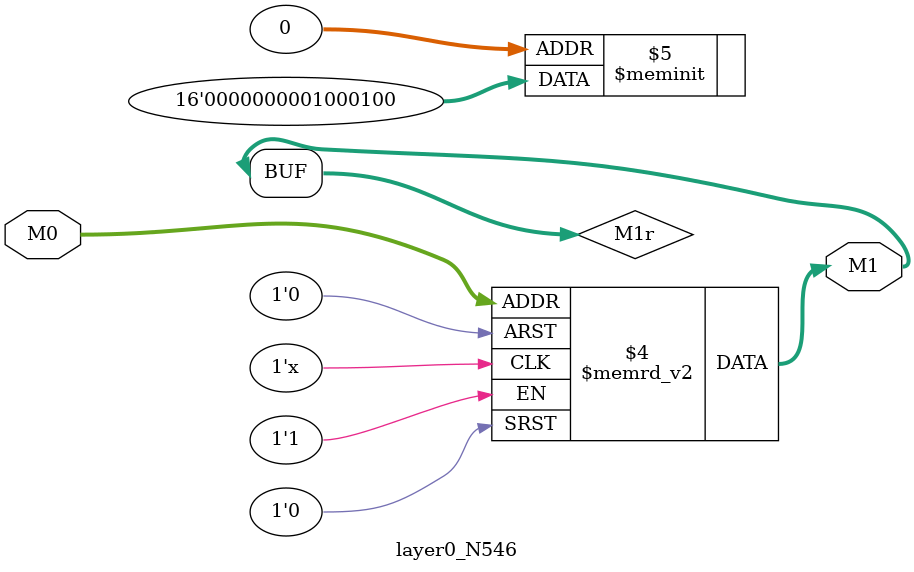
<source format=v>
module layer0_N546 ( input [2:0] M0, output [1:0] M1 );

	(*rom_style = "distributed" *) reg [1:0] M1r;
	assign M1 = M1r;
	always @ (M0) begin
		case (M0)
			3'b000: M1r = 2'b00;
			3'b100: M1r = 2'b00;
			3'b010: M1r = 2'b00;
			3'b110: M1r = 2'b00;
			3'b001: M1r = 2'b01;
			3'b101: M1r = 2'b00;
			3'b011: M1r = 2'b01;
			3'b111: M1r = 2'b00;

		endcase
	end
endmodule

</source>
